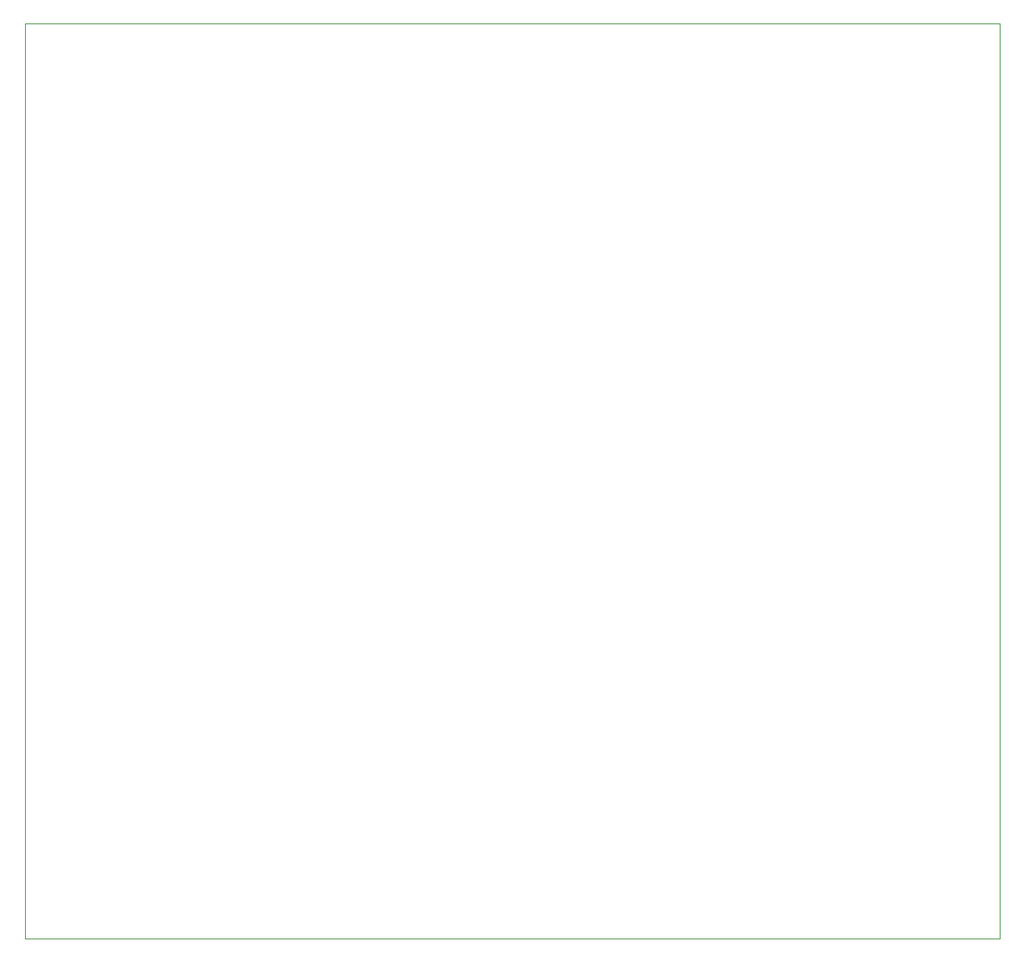
<source format=gm1>
G04 #@! TF.GenerationSoftware,KiCad,Pcbnew,(6.0.11-0)*
G04 #@! TF.CreationDate,2023-03-27T16:27:17-06:00*
G04 #@! TF.ProjectId,ESP_PCB,4553505f-5043-4422-9e6b-696361645f70,rev?*
G04 #@! TF.SameCoordinates,Original*
G04 #@! TF.FileFunction,Profile,NP*
%FSLAX46Y46*%
G04 Gerber Fmt 4.6, Leading zero omitted, Abs format (unit mm)*
G04 Created by KiCad (PCBNEW (6.0.11-0)) date 2023-03-27 16:27:17*
%MOMM*%
%LPD*%
G01*
G04 APERTURE LIST*
G04 #@! TA.AperFunction,Profile*
%ADD10C,0.100000*%
G04 #@! TD*
G04 APERTURE END LIST*
D10*
X152440000Y-40640000D02*
X47030000Y-40640000D01*
X47030000Y-40640000D02*
X47030000Y-139700000D01*
X47030000Y-139700000D02*
X152440000Y-139700000D01*
X152440000Y-139700000D02*
X152440000Y-40640000D01*
M02*

</source>
